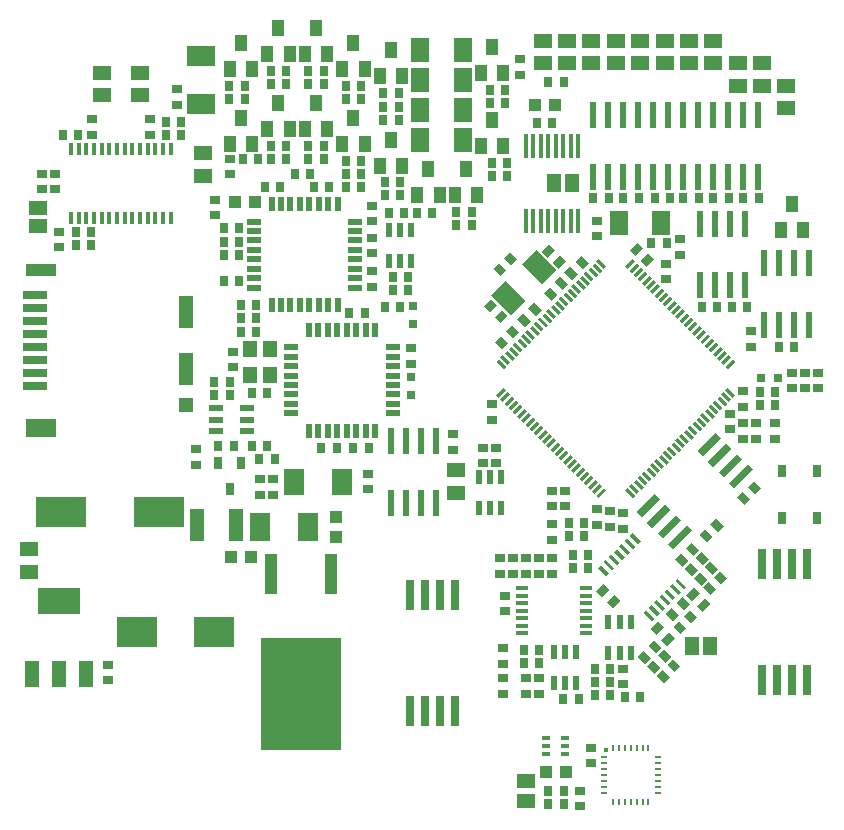
<source format=gbr>
G04 EAGLE Gerber RS-274X export*
G75*
%MOMM*%
%FSLAX34Y34*%
%LPD*%
%INSolderpaste Top*%
%IPPOS*%
%AMOC8*
5,1,8,0,0,1.08239X$1,22.5*%
G01*
%ADD10R,0.700000X0.900000*%
%ADD11R,0.900000X0.700000*%
%ADD12R,0.700000X1.000000*%
%ADD13R,1.000000X1.100000*%
%ADD14R,1.270000X0.558800*%
%ADD15R,0.558800X1.270000*%
%ADD16R,1.780000X2.160000*%
%ADD17R,0.800000X0.800000*%
%ADD18R,1.200000X2.800000*%
%ADD19R,1.200000X1.400000*%
%ADD20R,1.800000X2.400000*%
%ADD21R,1.000000X1.400000*%
%ADD22R,1.500000X1.300000*%
%ADD23R,1.500000X2.100000*%
%ADD24R,0.685800X2.540000*%
%ADD25R,0.900000X0.300000*%
%ADD26R,0.300000X0.900000*%
%ADD27R,1.700000X2.400000*%
%ADD28R,0.600000X2.200000*%
%ADD29R,1.219000X2.235000*%
%ADD30R,3.600000X2.200000*%
%ADD31R,2.200000X0.635000*%
%ADD32R,1.100000X1.000000*%
%ADD33R,0.550000X1.200000*%
%ADD34R,1.200000X0.550000*%
%ADD35R,0.990600X0.304800*%
%ADD36R,0.304800X0.990600*%
%ADD37R,1.000000X3.400000*%
%ADD38R,6.800000X9.600000*%
%ADD39R,4.300000X2.500000*%
%ADD40R,3.500000X2.500000*%
%ADD41R,2.400000X1.800000*%
%ADD42R,1.168400X1.600200*%
%ADD43R,0.560000X0.260000*%
%ADD44R,0.260000X0.560000*%
%ADD45R,0.400000X0.400000*%
%ADD46R,0.800000X0.400000*%
%ADD47R,0.750000X1.000000*%
%ADD48R,1.600200X1.168400*%
%ADD49R,2.000000X0.700000*%
%ADD50R,2.600000X1.500000*%
%ADD51R,2.600000X1.000000*%
%ADD52R,1.200000X1.200000*%
%ADD53R,1.200000X2.700000*%
%ADD54R,0.380000X2.000000*%


D10*
X236688Y523875D03*
X223688Y523875D03*
D11*
X349250Y509738D03*
X349250Y496738D03*
D10*
X297013Y592138D03*
X284013Y592138D03*
X250975Y458788D03*
X237975Y458788D03*
X339875Y581025D03*
X326875Y581025D03*
D12*
X228600Y325550D03*
X219100Y347550D03*
X238100Y347550D03*
D10*
X250975Y481013D03*
X237975Y481013D03*
D13*
X249800Y568325D03*
X232800Y568325D03*
D10*
X223688Y534988D03*
X236688Y534988D03*
X250975Y469900D03*
X237975Y469900D03*
X312888Y581025D03*
X299888Y581025D03*
D11*
X349250Y565300D03*
X349250Y552300D03*
X349250Y538313D03*
X349250Y525313D03*
D10*
X236688Y546100D03*
X223688Y546100D03*
X266850Y350838D03*
X253850Y350838D03*
D11*
X228600Y604988D03*
X228600Y591988D03*
X215900Y570063D03*
X215900Y557063D03*
D10*
X252563Y604838D03*
X239563Y604838D03*
D14*
X249174Y551875D03*
X249174Y543875D03*
X249174Y535875D03*
X249174Y527875D03*
X249174Y519875D03*
X249174Y511875D03*
X249174Y503875D03*
X249174Y495875D03*
D15*
X264100Y480949D03*
X272100Y480949D03*
X280100Y480949D03*
X288100Y480949D03*
X296100Y480949D03*
X304100Y480949D03*
X312100Y480949D03*
X320100Y480949D03*
D14*
X335026Y495875D03*
X335026Y503875D03*
X335026Y511875D03*
X335026Y519875D03*
X335026Y527875D03*
X335026Y535875D03*
X335026Y543875D03*
X335026Y551875D03*
D15*
X320100Y566801D03*
X312100Y566801D03*
X304100Y566801D03*
X296100Y566801D03*
X288100Y566801D03*
X280100Y566801D03*
X272100Y566801D03*
X264100Y566801D03*
D10*
X247500Y406400D03*
X260500Y406400D03*
D11*
X231775Y428475D03*
X231775Y441475D03*
D10*
X223688Y501650D03*
X236688Y501650D03*
X215750Y415925D03*
X228750Y415925D03*
X215750Y404813D03*
X228750Y404813D03*
D16*
X282913Y331788D03*
X323613Y331788D03*
D10*
X690713Y407988D03*
X677713Y407988D03*
D17*
X693300Y419100D03*
X678300Y419100D03*
D18*
X200988Y295275D03*
X233988Y295275D03*
D10*
X258613Y581025D03*
X271613Y581025D03*
D19*
X262500Y422388D03*
X262500Y444388D03*
X245500Y444388D03*
X245500Y422388D03*
D20*
X294888Y293688D03*
X254388Y293688D03*
D21*
X238125Y639650D03*
X247625Y617650D03*
X228625Y617650D03*
D10*
X260500Y361950D03*
X247500Y361950D03*
X231925Y361950D03*
X218925Y361950D03*
X358625Y638175D03*
X371625Y638175D03*
D22*
X596900Y685825D03*
X596900Y704825D03*
D10*
X628500Y479425D03*
X641500Y479425D03*
X653900Y479425D03*
X666900Y479425D03*
D22*
X576263Y685825D03*
X576263Y704825D03*
X534988Y685825D03*
X534988Y704825D03*
D10*
X536425Y571500D03*
X549425Y571500D03*
X561825Y571500D03*
X574825Y571500D03*
D22*
X555625Y685825D03*
X555625Y704825D03*
D10*
X228450Y655638D03*
X241450Y655638D03*
X241450Y666750D03*
X228450Y666750D03*
D21*
X238125Y703150D03*
X247625Y681150D03*
X228625Y681150D03*
D10*
X263375Y604838D03*
X276375Y604838D03*
X276375Y615950D03*
X263375Y615950D03*
D21*
X269875Y652350D03*
X279375Y630350D03*
X260375Y630350D03*
D10*
X376388Y558800D03*
X363388Y558800D03*
X400200Y558800D03*
X387200Y558800D03*
D21*
X396875Y596788D03*
X406375Y574788D03*
X387375Y574788D03*
D10*
X420538Y549275D03*
X433538Y549275D03*
X433538Y560388D03*
X420538Y560388D03*
D21*
X428625Y596788D03*
X438125Y574788D03*
X419125Y574788D03*
D10*
X360213Y574675D03*
X373213Y574675D03*
X373213Y585788D03*
X360213Y585788D03*
D21*
X365125Y620600D03*
X374625Y598600D03*
X355625Y598600D03*
D10*
X295125Y604838D03*
X308125Y604838D03*
X308125Y615950D03*
X295125Y615950D03*
D21*
X301625Y652350D03*
X311125Y630350D03*
X292125Y630350D03*
D10*
X326875Y592138D03*
X339875Y592138D03*
X339875Y603250D03*
X326875Y603250D03*
D21*
X333375Y639650D03*
X342875Y617650D03*
X323875Y617650D03*
D23*
X425988Y646113D03*
X389988Y646113D03*
X425988Y620713D03*
X389988Y620713D03*
D10*
X585638Y533400D03*
X598638Y533400D03*
X450700Y590550D03*
X463700Y590550D03*
X463700Y601663D03*
X450700Y601663D03*
D21*
X450850Y638063D03*
X460350Y616063D03*
X441350Y616063D03*
D23*
X425988Y671513D03*
X389988Y671513D03*
D10*
X449113Y652463D03*
X462113Y652463D03*
X462113Y663575D03*
X449113Y663575D03*
D21*
X450850Y699975D03*
X460350Y677975D03*
X441350Y677975D03*
D23*
X425988Y696913D03*
X389988Y696913D03*
D11*
X382588Y431650D03*
X382588Y444650D03*
D17*
X382588Y420250D03*
X382588Y405250D03*
D24*
X679450Y261938D03*
X717550Y261938D03*
X692150Y261938D03*
X704850Y261938D03*
X679450Y163513D03*
X717550Y163513D03*
X692150Y163513D03*
X704850Y163513D03*
D22*
X700088Y666725D03*
X700088Y647725D03*
D11*
X609600Y523725D03*
X609600Y536725D03*
D10*
G36*
X572547Y522815D02*
X567598Y527764D01*
X573961Y534127D01*
X578910Y529178D01*
X572547Y522815D01*
G37*
G36*
X581739Y513623D02*
X576790Y518572D01*
X583153Y524935D01*
X588102Y519986D01*
X581739Y513623D01*
G37*
G36*
X521228Y518066D02*
X526177Y523015D01*
X532540Y516652D01*
X527591Y511703D01*
X521228Y518066D01*
G37*
G36*
X512035Y508873D02*
X516984Y513822D01*
X523347Y507459D01*
X518398Y502510D01*
X512035Y508873D01*
G37*
D11*
X598488Y503088D03*
X598488Y516088D03*
D10*
G36*
X481540Y478378D02*
X486489Y483327D01*
X492852Y476964D01*
X487903Y472015D01*
X481540Y478378D01*
G37*
G36*
X472348Y469186D02*
X477297Y474135D01*
X483660Y467772D01*
X478711Y462823D01*
X472348Y469186D01*
G37*
D11*
X539750Y295125D03*
X539750Y308125D03*
X652463Y376088D03*
X652463Y389088D03*
X663575Y408138D03*
X663575Y395138D03*
X550863Y306538D03*
X550863Y293538D03*
X450850Y397025D03*
X450850Y384025D03*
D10*
G36*
X503765Y500603D02*
X508714Y505552D01*
X515077Y499189D01*
X510128Y494240D01*
X503765Y500603D01*
G37*
G36*
X494573Y491411D02*
X499522Y496360D01*
X505885Y489997D01*
X500936Y485048D01*
X494573Y491411D01*
G37*
D25*
G36*
X545584Y511873D02*
X539221Y518236D01*
X541342Y520357D01*
X547705Y513994D01*
X545584Y511873D01*
G37*
G36*
X542048Y508338D02*
X535685Y514701D01*
X537806Y516822D01*
X544169Y510459D01*
X542048Y508338D01*
G37*
G36*
X538513Y504802D02*
X532150Y511165D01*
X534271Y513286D01*
X540634Y506923D01*
X538513Y504802D01*
G37*
G36*
X534977Y501266D02*
X528614Y507629D01*
X530735Y509750D01*
X537098Y503387D01*
X534977Y501266D01*
G37*
G36*
X531442Y497731D02*
X525079Y504094D01*
X527200Y506215D01*
X533563Y499852D01*
X531442Y497731D01*
G37*
G36*
X527906Y494195D02*
X521543Y500558D01*
X523664Y502679D01*
X530027Y496316D01*
X527906Y494195D01*
G37*
G36*
X524371Y490660D02*
X518008Y497023D01*
X520129Y499144D01*
X526492Y492781D01*
X524371Y490660D01*
G37*
G36*
X520835Y487124D02*
X514472Y493487D01*
X516593Y495608D01*
X522956Y489245D01*
X520835Y487124D01*
G37*
G36*
X517299Y483589D02*
X510936Y489952D01*
X513057Y492073D01*
X519420Y485710D01*
X517299Y483589D01*
G37*
G36*
X513764Y480053D02*
X507401Y486416D01*
X509522Y488537D01*
X515885Y482174D01*
X513764Y480053D01*
G37*
G36*
X510228Y476518D02*
X503865Y482881D01*
X505986Y485002D01*
X512349Y478639D01*
X510228Y476518D01*
G37*
G36*
X506693Y472982D02*
X500330Y479345D01*
X502451Y481466D01*
X508814Y475103D01*
X506693Y472982D01*
G37*
G36*
X503157Y469447D02*
X496794Y475810D01*
X498915Y477931D01*
X505278Y471568D01*
X503157Y469447D01*
G37*
G36*
X499622Y465911D02*
X493259Y472274D01*
X495380Y474395D01*
X501743Y468032D01*
X499622Y465911D01*
G37*
G36*
X496086Y462376D02*
X489723Y468739D01*
X491844Y470860D01*
X498207Y464497D01*
X496086Y462376D01*
G37*
G36*
X492551Y458840D02*
X486188Y465203D01*
X488309Y467324D01*
X494672Y460961D01*
X492551Y458840D01*
G37*
G36*
X489015Y455305D02*
X482652Y461668D01*
X484773Y463789D01*
X491136Y457426D01*
X489015Y455305D01*
G37*
G36*
X485480Y451769D02*
X479117Y458132D01*
X481238Y460253D01*
X487601Y453890D01*
X485480Y451769D01*
G37*
G36*
X481944Y448233D02*
X475581Y454596D01*
X477702Y456717D01*
X484065Y450354D01*
X481944Y448233D01*
G37*
G36*
X478409Y444698D02*
X472046Y451061D01*
X474167Y453182D01*
X480530Y446819D01*
X478409Y444698D01*
G37*
G36*
X474873Y441162D02*
X468510Y447525D01*
X470631Y449646D01*
X476994Y443283D01*
X474873Y441162D01*
G37*
G36*
X471338Y437627D02*
X464975Y443990D01*
X467096Y446111D01*
X473459Y439748D01*
X471338Y437627D01*
G37*
G36*
X467802Y434091D02*
X461439Y440454D01*
X463560Y442575D01*
X469923Y436212D01*
X467802Y434091D01*
G37*
G36*
X464266Y430556D02*
X457903Y436919D01*
X460024Y439040D01*
X466387Y432677D01*
X464266Y430556D01*
G37*
G36*
X460731Y427020D02*
X454368Y433383D01*
X456489Y435504D01*
X462852Y429141D01*
X460731Y427020D01*
G37*
D26*
G36*
X456489Y402696D02*
X454368Y404817D01*
X460731Y411180D01*
X462852Y409059D01*
X456489Y402696D01*
G37*
G36*
X460024Y399160D02*
X457903Y401281D01*
X464266Y407644D01*
X466387Y405523D01*
X460024Y399160D01*
G37*
G36*
X463560Y395625D02*
X461439Y397746D01*
X467802Y404109D01*
X469923Y401988D01*
X463560Y395625D01*
G37*
G36*
X467096Y392089D02*
X464975Y394210D01*
X471338Y400573D01*
X473459Y398452D01*
X467096Y392089D01*
G37*
G36*
X470631Y388554D02*
X468510Y390675D01*
X474873Y397038D01*
X476994Y394917D01*
X470631Y388554D01*
G37*
G36*
X474167Y385018D02*
X472046Y387139D01*
X478409Y393502D01*
X480530Y391381D01*
X474167Y385018D01*
G37*
G36*
X477702Y381483D02*
X475581Y383604D01*
X481944Y389967D01*
X484065Y387846D01*
X477702Y381483D01*
G37*
G36*
X481238Y377947D02*
X479117Y380068D01*
X485480Y386431D01*
X487601Y384310D01*
X481238Y377947D01*
G37*
G36*
X484773Y374411D02*
X482652Y376532D01*
X489015Y382895D01*
X491136Y380774D01*
X484773Y374411D01*
G37*
G36*
X488309Y370876D02*
X486188Y372997D01*
X492551Y379360D01*
X494672Y377239D01*
X488309Y370876D01*
G37*
G36*
X491844Y367340D02*
X489723Y369461D01*
X496086Y375824D01*
X498207Y373703D01*
X491844Y367340D01*
G37*
G36*
X495380Y363805D02*
X493259Y365926D01*
X499622Y372289D01*
X501743Y370168D01*
X495380Y363805D01*
G37*
G36*
X498915Y360269D02*
X496794Y362390D01*
X503157Y368753D01*
X505278Y366632D01*
X498915Y360269D01*
G37*
G36*
X502451Y356734D02*
X500330Y358855D01*
X506693Y365218D01*
X508814Y363097D01*
X502451Y356734D01*
G37*
G36*
X505986Y353198D02*
X503865Y355319D01*
X510228Y361682D01*
X512349Y359561D01*
X505986Y353198D01*
G37*
G36*
X509522Y349663D02*
X507401Y351784D01*
X513764Y358147D01*
X515885Y356026D01*
X509522Y349663D01*
G37*
G36*
X513057Y346127D02*
X510936Y348248D01*
X517299Y354611D01*
X519420Y352490D01*
X513057Y346127D01*
G37*
G36*
X516593Y342592D02*
X514472Y344713D01*
X520835Y351076D01*
X522956Y348955D01*
X516593Y342592D01*
G37*
G36*
X520129Y339056D02*
X518008Y341177D01*
X524371Y347540D01*
X526492Y345419D01*
X520129Y339056D01*
G37*
G36*
X523664Y335521D02*
X521543Y337642D01*
X527906Y344005D01*
X530027Y341884D01*
X523664Y335521D01*
G37*
G36*
X527200Y331985D02*
X525079Y334106D01*
X531442Y340469D01*
X533563Y338348D01*
X527200Y331985D01*
G37*
G36*
X530735Y328450D02*
X528614Y330571D01*
X534977Y336934D01*
X537098Y334813D01*
X530735Y328450D01*
G37*
G36*
X534271Y324914D02*
X532150Y327035D01*
X538513Y333398D01*
X540634Y331277D01*
X534271Y324914D01*
G37*
G36*
X537806Y321378D02*
X535685Y323499D01*
X542048Y329862D01*
X544169Y327741D01*
X537806Y321378D01*
G37*
G36*
X541342Y317843D02*
X539221Y319964D01*
X545584Y326327D01*
X547705Y324206D01*
X541342Y317843D01*
G37*
D25*
G36*
X569908Y317843D02*
X563545Y324206D01*
X565666Y326327D01*
X572029Y319964D01*
X569908Y317843D01*
G37*
G36*
X573444Y321378D02*
X567081Y327741D01*
X569202Y329862D01*
X575565Y323499D01*
X573444Y321378D01*
G37*
G36*
X576979Y324914D02*
X570616Y331277D01*
X572737Y333398D01*
X579100Y327035D01*
X576979Y324914D01*
G37*
G36*
X580515Y328450D02*
X574152Y334813D01*
X576273Y336934D01*
X582636Y330571D01*
X580515Y328450D01*
G37*
G36*
X584050Y331985D02*
X577687Y338348D01*
X579808Y340469D01*
X586171Y334106D01*
X584050Y331985D01*
G37*
G36*
X587586Y335521D02*
X581223Y341884D01*
X583344Y344005D01*
X589707Y337642D01*
X587586Y335521D01*
G37*
G36*
X591121Y339056D02*
X584758Y345419D01*
X586879Y347540D01*
X593242Y341177D01*
X591121Y339056D01*
G37*
G36*
X594657Y342592D02*
X588294Y348955D01*
X590415Y351076D01*
X596778Y344713D01*
X594657Y342592D01*
G37*
G36*
X598193Y346127D02*
X591830Y352490D01*
X593951Y354611D01*
X600314Y348248D01*
X598193Y346127D01*
G37*
G36*
X601728Y349663D02*
X595365Y356026D01*
X597486Y358147D01*
X603849Y351784D01*
X601728Y349663D01*
G37*
G36*
X605264Y353198D02*
X598901Y359561D01*
X601022Y361682D01*
X607385Y355319D01*
X605264Y353198D01*
G37*
G36*
X608799Y356734D02*
X602436Y363097D01*
X604557Y365218D01*
X610920Y358855D01*
X608799Y356734D01*
G37*
G36*
X612335Y360269D02*
X605972Y366632D01*
X608093Y368753D01*
X614456Y362390D01*
X612335Y360269D01*
G37*
G36*
X615870Y363805D02*
X609507Y370168D01*
X611628Y372289D01*
X617991Y365926D01*
X615870Y363805D01*
G37*
G36*
X619406Y367340D02*
X613043Y373703D01*
X615164Y375824D01*
X621527Y369461D01*
X619406Y367340D01*
G37*
G36*
X622941Y370876D02*
X616578Y377239D01*
X618699Y379360D01*
X625062Y372997D01*
X622941Y370876D01*
G37*
G36*
X626477Y374411D02*
X620114Y380774D01*
X622235Y382895D01*
X628598Y376532D01*
X626477Y374411D01*
G37*
G36*
X630012Y377947D02*
X623649Y384310D01*
X625770Y386431D01*
X632133Y380068D01*
X630012Y377947D01*
G37*
G36*
X633548Y381483D02*
X627185Y387846D01*
X629306Y389967D01*
X635669Y383604D01*
X633548Y381483D01*
G37*
G36*
X637083Y385018D02*
X630720Y391381D01*
X632841Y393502D01*
X639204Y387139D01*
X637083Y385018D01*
G37*
G36*
X640619Y388554D02*
X634256Y394917D01*
X636377Y397038D01*
X642740Y390675D01*
X640619Y388554D01*
G37*
G36*
X644154Y392089D02*
X637791Y398452D01*
X639912Y400573D01*
X646275Y394210D01*
X644154Y392089D01*
G37*
G36*
X647690Y395625D02*
X641327Y401988D01*
X643448Y404109D01*
X649811Y397746D01*
X647690Y395625D01*
G37*
G36*
X651226Y399160D02*
X644863Y405523D01*
X646984Y407644D01*
X653347Y401281D01*
X651226Y399160D01*
G37*
G36*
X654761Y402696D02*
X648398Y409059D01*
X650519Y411180D01*
X656882Y404817D01*
X654761Y402696D01*
G37*
D26*
G36*
X650519Y427020D02*
X648398Y429141D01*
X654761Y435504D01*
X656882Y433383D01*
X650519Y427020D01*
G37*
G36*
X646984Y430556D02*
X644863Y432677D01*
X651226Y439040D01*
X653347Y436919D01*
X646984Y430556D01*
G37*
G36*
X643448Y434091D02*
X641327Y436212D01*
X647690Y442575D01*
X649811Y440454D01*
X643448Y434091D01*
G37*
G36*
X639912Y437627D02*
X637791Y439748D01*
X644154Y446111D01*
X646275Y443990D01*
X639912Y437627D01*
G37*
G36*
X636377Y441162D02*
X634256Y443283D01*
X640619Y449646D01*
X642740Y447525D01*
X636377Y441162D01*
G37*
G36*
X632841Y444698D02*
X630720Y446819D01*
X637083Y453182D01*
X639204Y451061D01*
X632841Y444698D01*
G37*
G36*
X629306Y448233D02*
X627185Y450354D01*
X633548Y456717D01*
X635669Y454596D01*
X629306Y448233D01*
G37*
G36*
X625770Y451769D02*
X623649Y453890D01*
X630012Y460253D01*
X632133Y458132D01*
X625770Y451769D01*
G37*
G36*
X622235Y455305D02*
X620114Y457426D01*
X626477Y463789D01*
X628598Y461668D01*
X622235Y455305D01*
G37*
G36*
X618699Y458840D02*
X616578Y460961D01*
X622941Y467324D01*
X625062Y465203D01*
X618699Y458840D01*
G37*
G36*
X615164Y462376D02*
X613043Y464497D01*
X619406Y470860D01*
X621527Y468739D01*
X615164Y462376D01*
G37*
G36*
X611628Y465911D02*
X609507Y468032D01*
X615870Y474395D01*
X617991Y472274D01*
X611628Y465911D01*
G37*
G36*
X608093Y469447D02*
X605972Y471568D01*
X612335Y477931D01*
X614456Y475810D01*
X608093Y469447D01*
G37*
G36*
X604557Y472982D02*
X602436Y475103D01*
X608799Y481466D01*
X610920Y479345D01*
X604557Y472982D01*
G37*
G36*
X601022Y476518D02*
X598901Y478639D01*
X605264Y485002D01*
X607385Y482881D01*
X601022Y476518D01*
G37*
G36*
X597486Y480053D02*
X595365Y482174D01*
X601728Y488537D01*
X603849Y486416D01*
X597486Y480053D01*
G37*
G36*
X593951Y483589D02*
X591830Y485710D01*
X598193Y492073D01*
X600314Y489952D01*
X593951Y483589D01*
G37*
G36*
X590415Y487124D02*
X588294Y489245D01*
X594657Y495608D01*
X596778Y493487D01*
X590415Y487124D01*
G37*
G36*
X586879Y490660D02*
X584758Y492781D01*
X591121Y499144D01*
X593242Y497023D01*
X586879Y490660D01*
G37*
G36*
X583344Y494195D02*
X581223Y496316D01*
X587586Y502679D01*
X589707Y500558D01*
X583344Y494195D01*
G37*
G36*
X579808Y497731D02*
X577687Y499852D01*
X584050Y506215D01*
X586171Y504094D01*
X579808Y497731D01*
G37*
G36*
X576273Y501266D02*
X574152Y503387D01*
X580515Y509750D01*
X582636Y507629D01*
X576273Y501266D01*
G37*
G36*
X572737Y504802D02*
X570616Y506923D01*
X576979Y513286D01*
X579100Y511165D01*
X572737Y504802D01*
G37*
G36*
X569202Y508338D02*
X567081Y510459D01*
X573444Y516822D01*
X575565Y514701D01*
X569202Y508338D01*
G37*
G36*
X565666Y511873D02*
X563545Y513994D01*
X569908Y520357D01*
X572029Y518236D01*
X565666Y511873D01*
G37*
D10*
G36*
X508541Y523347D02*
X513490Y518398D01*
X507127Y512035D01*
X502178Y516984D01*
X508541Y523347D01*
G37*
G36*
X499348Y532540D02*
X504297Y527591D01*
X497934Y521228D01*
X492985Y526177D01*
X499348Y532540D01*
G37*
G36*
X448722Y475190D02*
X443773Y480139D01*
X450136Y486502D01*
X455085Y481553D01*
X448722Y475190D01*
G37*
G36*
X457914Y465998D02*
X452965Y470947D01*
X459328Y477310D01*
X464277Y472361D01*
X457914Y465998D01*
G37*
G36*
X463022Y510634D02*
X458073Y505685D01*
X451710Y512048D01*
X456659Y516997D01*
X463022Y510634D01*
G37*
G36*
X472215Y519827D02*
X467266Y514878D01*
X460903Y521241D01*
X465852Y526190D01*
X472215Y519827D01*
G37*
D27*
G36*
X476424Y515618D02*
X488445Y527639D01*
X505414Y510670D01*
X493393Y498649D01*
X476424Y515618D01*
G37*
G36*
X450261Y489455D02*
X462282Y501476D01*
X479251Y484507D01*
X467230Y472486D01*
X450261Y489455D01*
G37*
D11*
X669925Y445938D03*
X669925Y458938D03*
D10*
X706588Y446088D03*
X693588Y446088D03*
D28*
X693738Y464538D03*
X693738Y516538D03*
X681038Y464538D03*
X706438Y464538D03*
X719138Y464538D03*
X681038Y516538D03*
X706438Y516538D03*
X719138Y516538D03*
D29*
X61028Y169035D03*
X84138Y169035D03*
X107248Y169035D03*
D30*
X84138Y231015D03*
D22*
X58738Y274613D03*
X58738Y255613D03*
D31*
G36*
X651566Y330665D02*
X667122Y346221D01*
X671612Y341731D01*
X656056Y326175D01*
X651566Y330665D01*
G37*
G36*
X642586Y339645D02*
X658142Y355201D01*
X662632Y350711D01*
X647076Y335155D01*
X642586Y339645D01*
G37*
G36*
X633605Y348626D02*
X649161Y364182D01*
X653651Y359692D01*
X638095Y344136D01*
X633605Y348626D01*
G37*
G36*
X624625Y357606D02*
X640181Y373162D01*
X644671Y368672D01*
X629115Y353116D01*
X624625Y357606D01*
G37*
G36*
X572988Y305969D02*
X588544Y321525D01*
X593034Y317035D01*
X577478Y301479D01*
X572988Y305969D01*
G37*
G36*
X581968Y296989D02*
X597524Y312545D01*
X602014Y308055D01*
X586458Y292499D01*
X581968Y296989D01*
G37*
G36*
X590949Y288008D02*
X606505Y303564D01*
X610995Y299074D01*
X595439Y283518D01*
X590949Y288008D01*
G37*
G36*
X599929Y279028D02*
X615485Y294584D01*
X619975Y290094D01*
X604419Y274538D01*
X599929Y279028D01*
G37*
D10*
G36*
X637647Y285209D02*
X632698Y280260D01*
X626335Y286623D01*
X631284Y291572D01*
X637647Y285209D01*
G37*
G36*
X646840Y294402D02*
X641891Y289453D01*
X635528Y295816D01*
X640477Y300765D01*
X646840Y294402D01*
G37*
G36*
X667278Y327566D02*
X672227Y332515D01*
X678590Y326152D01*
X673641Y321203D01*
X667278Y327566D01*
G37*
G36*
X658085Y318373D02*
X663034Y323322D01*
X669397Y316959D01*
X664448Y312010D01*
X658085Y318373D01*
G37*
G36*
X464610Y448722D02*
X459661Y443773D01*
X453298Y450136D01*
X458247Y455085D01*
X464610Y448722D01*
G37*
G36*
X473802Y457914D02*
X468853Y452965D01*
X462490Y459328D01*
X467439Y464277D01*
X473802Y457914D01*
G37*
D22*
X617538Y685825D03*
X617538Y704825D03*
D10*
X588813Y571500D03*
X601813Y571500D03*
X612625Y571500D03*
X625625Y571500D03*
D22*
X638175Y685825D03*
X638175Y704825D03*
X679450Y666775D03*
X679450Y685775D03*
D10*
X638025Y571500D03*
X651025Y571500D03*
X663425Y571500D03*
X676425Y571500D03*
D22*
X658813Y666775D03*
X658813Y685775D03*
D10*
X358625Y649288D03*
X371625Y649288D03*
X371625Y660400D03*
X358625Y660400D03*
D21*
X365125Y696800D03*
X374625Y674800D03*
X355625Y674800D03*
D10*
X326875Y655638D03*
X339875Y655638D03*
X339875Y666750D03*
X326875Y666750D03*
D21*
X333375Y703150D03*
X342875Y681150D03*
X323875Y681150D03*
D10*
X295125Y668338D03*
X308125Y668338D03*
X308125Y679450D03*
X295125Y679450D03*
D21*
X301625Y715850D03*
X311125Y693850D03*
X292125Y693850D03*
D10*
X276375Y668338D03*
X263375Y668338D03*
X276375Y679450D03*
X263375Y679450D03*
D21*
X269875Y715850D03*
X279375Y693850D03*
X260375Y693850D03*
D24*
X380950Y235563D03*
X419050Y235563D03*
X393650Y235563D03*
X406350Y235563D03*
X380950Y137138D03*
X419050Y137138D03*
X393650Y137138D03*
X406350Y137138D03*
D11*
X539750Y539600D03*
X539750Y552600D03*
X468313Y266850D03*
X468313Y253850D03*
X457200Y253850D03*
X457200Y266850D03*
X461963Y222100D03*
X461963Y235100D03*
D10*
G36*
X609072Y218534D02*
X604123Y213585D01*
X597760Y219948D01*
X602709Y224897D01*
X609072Y218534D01*
G37*
G36*
X618265Y227727D02*
X613316Y222778D01*
X606953Y229141D01*
X611902Y234090D01*
X618265Y227727D01*
G37*
D11*
X501650Y295425D03*
X501650Y282425D03*
D10*
X515788Y296863D03*
X528788Y296863D03*
X531963Y258763D03*
X518963Y258763D03*
D11*
X501650Y324000D03*
X501650Y311000D03*
X479425Y266850D03*
X479425Y253850D03*
X501650Y253850D03*
X501650Y266850D03*
D10*
X528788Y285750D03*
X515788Y285750D03*
X518963Y269875D03*
X531963Y269875D03*
D11*
X512763Y311000D03*
X512763Y324000D03*
X490538Y266850D03*
X490538Y253850D03*
D10*
X366563Y504825D03*
X379563Y504825D03*
X379563Y493713D03*
X366563Y493713D03*
G36*
X543972Y233890D02*
X539023Y238839D01*
X545386Y245202D01*
X550335Y240253D01*
X543972Y233890D01*
G37*
G36*
X553164Y224698D02*
X548215Y229647D01*
X554578Y236010D01*
X559527Y231061D01*
X553164Y224698D01*
G37*
G36*
X600616Y204260D02*
X605565Y199311D01*
X599202Y192948D01*
X594253Y197897D01*
X600616Y204260D01*
G37*
G36*
X591423Y213452D02*
X596372Y208503D01*
X590009Y202140D01*
X585060Y207089D01*
X591423Y213452D01*
G37*
G36*
X620172Y230715D02*
X615223Y235664D01*
X621586Y242027D01*
X626535Y237078D01*
X620172Y230715D01*
G37*
G36*
X629364Y221523D02*
X624415Y226472D01*
X630778Y232835D01*
X635727Y227886D01*
X629364Y221523D01*
G37*
G36*
X585260Y182022D02*
X580311Y177073D01*
X573948Y183436D01*
X578897Y188385D01*
X585260Y182022D01*
G37*
G36*
X594452Y191214D02*
X589503Y186265D01*
X583140Y192628D01*
X588089Y197577D01*
X594452Y191214D01*
G37*
X551013Y173038D03*
X538013Y173038D03*
G36*
X593197Y174084D02*
X588248Y169135D01*
X581885Y175498D01*
X586834Y180447D01*
X593197Y174084D01*
G37*
G36*
X602390Y183277D02*
X597441Y178328D01*
X591078Y184691D01*
X596027Y189640D01*
X602390Y183277D01*
G37*
G36*
X615422Y207422D02*
X610473Y202473D01*
X604110Y208836D01*
X609059Y213785D01*
X615422Y207422D01*
G37*
G36*
X624615Y216614D02*
X619666Y211665D01*
X613303Y218028D01*
X618252Y222977D01*
X624615Y216614D01*
G37*
X538013Y161925D03*
X551013Y161925D03*
D11*
X490538Y165250D03*
X490538Y152250D03*
X460375Y190650D03*
X460375Y177650D03*
D10*
X477688Y177800D03*
X490688Y177800D03*
X477688Y188913D03*
X490688Y188913D03*
D11*
X460375Y165250D03*
X460375Y152250D03*
X479425Y152250D03*
X479425Y165250D03*
X561975Y160188D03*
X561975Y173188D03*
D10*
X511025Y147638D03*
X524025Y147638D03*
X538013Y150813D03*
X551013Y150813D03*
X563413Y149225D03*
X576413Y149225D03*
X373213Y479425D03*
X360213Y479425D03*
D17*
X384175Y480575D03*
X384175Y465575D03*
D32*
X486800Y650875D03*
X503800Y650875D03*
D28*
X639763Y497875D03*
X639763Y549875D03*
X627063Y497875D03*
X652463Y497875D03*
X665163Y497875D03*
X627063Y549875D03*
X652463Y549875D03*
X665163Y549875D03*
X549275Y589950D03*
X549275Y641950D03*
X536575Y589950D03*
X561975Y589950D03*
X574675Y589950D03*
X536575Y641950D03*
X561975Y641950D03*
X574675Y641950D03*
X600075Y589950D03*
X600075Y641950D03*
X587375Y589950D03*
X612775Y589950D03*
X625475Y589950D03*
X587375Y641950D03*
X612775Y641950D03*
X625475Y641950D03*
X650875Y589950D03*
X650875Y641950D03*
X638175Y589950D03*
X663575Y589950D03*
X676275Y589950D03*
X638175Y641950D03*
X663575Y641950D03*
X676275Y641950D03*
D10*
G36*
X614890Y275178D02*
X619839Y280127D01*
X626202Y273764D01*
X621253Y268815D01*
X614890Y275178D01*
G37*
G36*
X605698Y265986D02*
X610647Y270935D01*
X617010Y264572D01*
X612061Y259623D01*
X605698Y265986D01*
G37*
G36*
X630765Y259303D02*
X635714Y264252D01*
X642077Y257889D01*
X637128Y252940D01*
X630765Y259303D01*
G37*
G36*
X621573Y250111D02*
X626522Y255060D01*
X632885Y248697D01*
X627936Y243748D01*
X621573Y250111D01*
G37*
G36*
X624947Y256634D02*
X619998Y251685D01*
X613635Y258048D01*
X618584Y262997D01*
X624947Y256634D01*
G37*
G36*
X634140Y265827D02*
X629191Y260878D01*
X622828Y267241D01*
X627777Y272190D01*
X634140Y265827D01*
G37*
G36*
X638703Y251366D02*
X643652Y256315D01*
X650015Y249952D01*
X645066Y245003D01*
X638703Y251366D01*
G37*
G36*
X629510Y242173D02*
X634459Y247122D01*
X640822Y240759D01*
X635873Y235810D01*
X629510Y242173D01*
G37*
D11*
X663575Y381150D03*
X663575Y368150D03*
X674688Y381150D03*
X674688Y368150D03*
D33*
X439763Y309263D03*
X449263Y309263D03*
X458763Y309263D03*
X458763Y335263D03*
X449263Y335263D03*
X439763Y335263D03*
D11*
X442913Y347513D03*
X442913Y360513D03*
X454025Y347513D03*
X454025Y360513D03*
D33*
X363563Y518813D03*
X373063Y518813D03*
X382563Y518813D03*
X382563Y544813D03*
X373063Y544813D03*
X363563Y544813D03*
X522263Y187625D03*
X512763Y187625D03*
X503263Y187625D03*
X503263Y161625D03*
X512763Y161625D03*
X522263Y161625D03*
X549300Y187025D03*
X558800Y187025D03*
X568300Y187025D03*
X568300Y213025D03*
X558800Y213025D03*
X549300Y213025D03*
D34*
X243188Y374675D03*
X243188Y384175D03*
X243188Y393675D03*
X217188Y393675D03*
X217188Y384175D03*
X217188Y374675D03*
D22*
X514350Y704825D03*
X514350Y685825D03*
X493713Y704825D03*
X493713Y685825D03*
D10*
X488800Y635000D03*
X501800Y635000D03*
X498325Y669925D03*
X511325Y669925D03*
D23*
X594263Y550863D03*
X558263Y550863D03*
D35*
X476060Y241300D03*
X476060Y234950D03*
X476060Y228600D03*
X476060Y222250D03*
X476060Y215900D03*
X476060Y209550D03*
X476060Y203200D03*
X530416Y241300D03*
X530416Y234950D03*
X530416Y228600D03*
X530416Y222250D03*
X530416Y215900D03*
X530416Y209550D03*
X530416Y203200D03*
D36*
G36*
X588176Y215713D02*
X586021Y213558D01*
X579018Y220561D01*
X581173Y222716D01*
X588176Y215713D01*
G37*
G36*
X592666Y220203D02*
X590511Y218048D01*
X583508Y225051D01*
X585663Y227206D01*
X592666Y220203D01*
G37*
G36*
X597157Y224693D02*
X595002Y222538D01*
X587999Y229541D01*
X590154Y231696D01*
X597157Y224693D01*
G37*
G36*
X601647Y229183D02*
X599492Y227028D01*
X592489Y234031D01*
X594644Y236186D01*
X601647Y229183D01*
G37*
G36*
X606137Y233673D02*
X603982Y231518D01*
X596979Y238521D01*
X599134Y240676D01*
X606137Y233673D01*
G37*
G36*
X610627Y238164D02*
X608472Y236009D01*
X601469Y243012D01*
X603624Y245167D01*
X610627Y238164D01*
G37*
G36*
X615117Y242654D02*
X612962Y240499D01*
X605959Y247502D01*
X608114Y249657D01*
X615117Y242654D01*
G37*
G36*
X549741Y254148D02*
X547586Y251993D01*
X540583Y258996D01*
X542738Y261151D01*
X549741Y254148D01*
G37*
G36*
X554231Y258638D02*
X552076Y256483D01*
X545073Y263486D01*
X547228Y265641D01*
X554231Y258638D01*
G37*
G36*
X558721Y263129D02*
X556566Y260974D01*
X549563Y267977D01*
X551718Y270132D01*
X558721Y263129D01*
G37*
G36*
X563211Y267619D02*
X561056Y265464D01*
X554053Y272467D01*
X556208Y274622D01*
X563211Y267619D01*
G37*
G36*
X567701Y272109D02*
X565546Y269954D01*
X558543Y276957D01*
X560698Y279112D01*
X567701Y272109D01*
G37*
G36*
X572192Y276599D02*
X570037Y274444D01*
X563034Y281447D01*
X565189Y283602D01*
X572192Y276599D01*
G37*
G36*
X576682Y281089D02*
X574527Y278934D01*
X567524Y285937D01*
X569679Y288092D01*
X576682Y281089D01*
G37*
D10*
X343050Y474663D03*
X330050Y474663D03*
X346225Y360363D03*
X333225Y360363D03*
X306238Y360363D03*
X319238Y360363D03*
D15*
X351850Y460439D03*
X343850Y460439D03*
X335850Y460439D03*
X327850Y460439D03*
X319850Y460439D03*
X311850Y460439D03*
X303850Y460439D03*
X295850Y460439D03*
D14*
X280924Y445513D03*
X280924Y437513D03*
X280924Y429513D03*
X280924Y421513D03*
X280924Y413513D03*
X280924Y405513D03*
X280924Y397513D03*
X280924Y389513D03*
D15*
X295850Y374587D03*
X303850Y374587D03*
X311850Y374587D03*
X319850Y374587D03*
X327850Y374587D03*
X335850Y374587D03*
X343850Y374587D03*
X351850Y374587D03*
D14*
X366776Y389513D03*
X366776Y397513D03*
X366776Y405513D03*
X366776Y413513D03*
X366776Y421513D03*
X366776Y429513D03*
X366776Y437513D03*
X366776Y445513D03*
D28*
X390525Y365725D03*
X390525Y313725D03*
X403225Y365725D03*
X377825Y365725D03*
X365125Y365725D03*
X403225Y313725D03*
X377825Y313725D03*
X365125Y313725D03*
D11*
X417513Y358625D03*
X417513Y371625D03*
X346075Y338288D03*
X346075Y325288D03*
X474663Y689125D03*
X474663Y676125D03*
D21*
X704850Y566625D03*
X714350Y544625D03*
X695350Y544625D03*
D13*
X319088Y285188D03*
X319088Y302188D03*
D11*
X125413Y163363D03*
X125413Y176363D03*
X561975Y304950D03*
X561975Y291950D03*
D37*
X314325Y253325D03*
X263525Y253325D03*
D38*
X288925Y152325D03*
D39*
X168500Y306388D03*
X85500Y306388D03*
D40*
X215063Y204788D03*
X150063Y204788D03*
D36*
X178775Y613378D03*
X172275Y613378D03*
X165775Y613378D03*
X159275Y613378D03*
X152775Y613378D03*
X146275Y613378D03*
X139775Y613378D03*
X133275Y613378D03*
X126775Y613378D03*
X120275Y613378D03*
X113775Y613378D03*
X107275Y613378D03*
X100775Y613378D03*
X94275Y613378D03*
X94275Y555022D03*
X100775Y555022D03*
X107275Y555022D03*
X113775Y555022D03*
X120275Y555022D03*
X126775Y555022D03*
X133275Y555022D03*
X139775Y555022D03*
X146275Y555022D03*
X152775Y555022D03*
X159275Y555022D03*
X165775Y555022D03*
X172275Y555022D03*
X178775Y555022D03*
D10*
X100163Y625475D03*
X87163Y625475D03*
D11*
X80963Y592288D03*
X80963Y579288D03*
D10*
X111275Y542925D03*
X98275Y542925D03*
X98275Y531813D03*
X111275Y531813D03*
D22*
X152400Y677838D03*
X152400Y658838D03*
X120650Y677838D03*
X120650Y658838D03*
D11*
X161131Y638325D03*
X161131Y625325D03*
X84138Y530075D03*
X84138Y543075D03*
D10*
X174475Y625475D03*
X187475Y625475D03*
X187475Y636588D03*
X174475Y636588D03*
D11*
X111919Y638325D03*
X111919Y625325D03*
D41*
X204788Y651263D03*
X204788Y691763D03*
D32*
X229625Y268288D03*
X246625Y268288D03*
D10*
X690713Y396875D03*
X677713Y396875D03*
D11*
X690563Y368150D03*
X690563Y381150D03*
X184150Y650725D03*
X184150Y663725D03*
D22*
X420688Y341288D03*
X420688Y322288D03*
D42*
X619907Y192552D03*
X635147Y192552D03*
D10*
G36*
X601135Y166147D02*
X596186Y161198D01*
X589823Y167561D01*
X594772Y172510D01*
X601135Y166147D01*
G37*
G36*
X610327Y175339D02*
X605378Y170390D01*
X599015Y176753D01*
X603964Y181702D01*
X610327Y175339D01*
G37*
D42*
X518795Y584200D03*
X503555Y584200D03*
D10*
X511325Y58738D03*
X498325Y58738D03*
D22*
X479425Y61350D03*
X479425Y78350D03*
D11*
X525463Y70000D03*
X525463Y57000D03*
D32*
X496325Y85725D03*
X513325Y85725D03*
D10*
X498325Y69850D03*
X511325Y69850D03*
D11*
X534988Y106513D03*
X534988Y93513D03*
D43*
X545259Y98254D03*
X545259Y93254D03*
X545259Y88254D03*
X545259Y83254D03*
X545259Y78254D03*
X545259Y73254D03*
X545259Y68254D03*
D44*
X553259Y60254D03*
X558259Y60254D03*
X563259Y60254D03*
X568259Y60254D03*
X573259Y60254D03*
X578259Y60254D03*
X583259Y60254D03*
D43*
X591259Y68254D03*
X591259Y73254D03*
X591259Y78254D03*
X591259Y83254D03*
X591259Y88254D03*
X591259Y93254D03*
X591259Y98254D03*
D44*
X583259Y106254D03*
X578259Y106254D03*
X573259Y106254D03*
X568259Y106254D03*
X563259Y106254D03*
X558259Y106254D03*
X553259Y106254D03*
D45*
X547259Y104254D03*
D46*
X512825Y101450D03*
X512825Y107950D03*
X512825Y114450D03*
X496825Y114450D03*
X496825Y107950D03*
X496825Y101450D03*
D47*
X726200Y340675D03*
X726200Y300675D03*
X696200Y340675D03*
X696200Y300675D03*
D22*
X206375Y590575D03*
X206375Y609575D03*
D11*
X69850Y592288D03*
X69850Y579288D03*
D48*
X66675Y563245D03*
X66675Y548005D03*
D49*
X63975Y412750D03*
X63975Y423750D03*
X63975Y434750D03*
X63975Y445750D03*
X63975Y456750D03*
X63975Y467750D03*
X63975Y478750D03*
X63975Y489750D03*
D50*
X68975Y377250D03*
D51*
X68975Y510750D03*
D52*
X191975Y396250D03*
D53*
X191975Y426750D03*
X191975Y475750D03*
D54*
X479425Y552675D03*
X485775Y552675D03*
X492125Y552675D03*
X498475Y552675D03*
X504825Y552675D03*
X511175Y552675D03*
X517525Y552675D03*
X523875Y552675D03*
X523875Y615725D03*
X517525Y615725D03*
X511175Y615725D03*
X504825Y615725D03*
X498475Y615725D03*
X492125Y615725D03*
X485775Y615725D03*
X479425Y615725D03*
D11*
X704850Y411013D03*
X704850Y424013D03*
X715963Y411013D03*
X715963Y424013D03*
X200025Y358925D03*
X200025Y345925D03*
X727075Y411013D03*
X727075Y424013D03*
X254000Y333525D03*
X254000Y320525D03*
X265113Y333525D03*
X265113Y320525D03*
M02*

</source>
